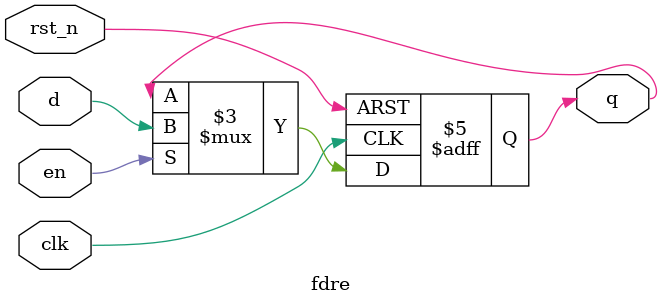
<source format=v>
module fdre( 
    input  wire clk,
    input  wire rst_n, 
    input  wire d,
    input  wire en,
    output reg  q
);

always @(posedge clk or negedge rst_n) begin
    if (!rst_n) begin
        q <= 0;
    end else if (en) begin
        q <= d;
    end
end

endmodule
</source>
